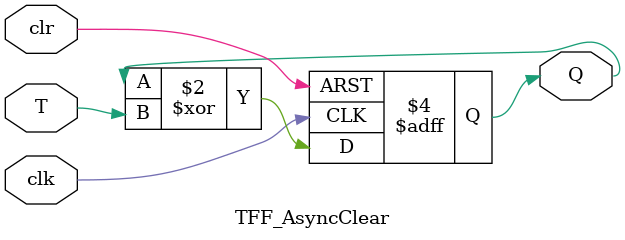
<source format=v>
module TFF_AsyncClear (output reg Q, input T, input clr, input clk);
    initial begin
        Q = 0;
    end
    always @ (posedge clk, posedge clr) begin
        if(clr)
            Q <= 0;
        else
            Q <= Q ^ T;
    end
endmodule

</source>
